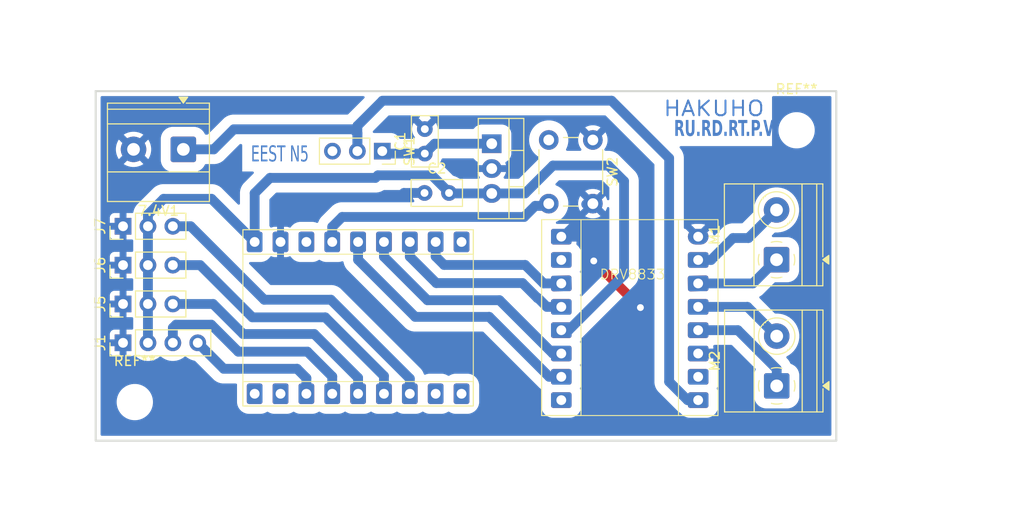
<source format=kicad_pcb>
(kicad_pcb (version 20241229) (generator "pcbnew") (generator_version "9.0")
  (layers (0 "F.Cu" signal) (2 "B.Cu" signal) (13 "F.Paste" user) (15 "B.Paste" user) (5 "F.SilkS" user "F.Silkscreen") (7 "B.SilkS" user "B.Silkscreen") (1 "F.Mask" user) (3 "B.Mask" user) (25 "Edge.Cuts" user))
  (net 0 "")
  (net 1 "Output 2")
  (net 2 "IZQ 2")
  (net 3 "Output 3")
  (net 4 "DER 2")
  (net 5 "DER 1")
  (net 6 "IZQ 1")
  (net 7 "GND")
  (net 8 "+5V")
  (net 9 "Net-(DRV8833-AO1)")
  (net 10 "Net-(DRV8833-AO2)")
  (net 11 "Net-(DRV8833-BO2)")
  (net 12 "Net-(DRV8833-BO1)")
  (net 14 "Vout")
  (net 16 "BOTON_1")
  (net 17 "Output1")
  (net 19 "D0")
  (net 23 "A0")
  (net 24 "Net-(SW1-A)")
  (footprint "Button_Switch_THT:SW_PUSH_6mm" (layer "F.Cu") (at 70.92 25.19 -90)
    (property "Reference" "SW2" (at 3.25 -2 90) (layer "F.SilkS"))
    (property "Value" "SW_Push_Dual")
    (fp_line (start 1 5.5) (end 5.5 5.5) (stroke (width 0.12)) (layer "F.SilkS"))
    (fp_line (start 6.75 3) (end 6.75 1.5) (stroke (width 0.12)) (layer "F.SilkS"))
    (fp_line (start -0.25 1.5) (end -0.25 3) (stroke (width 0.12)) (layer "F.SilkS"))
    (fp_line (start 5.5 -1) (end 1 -1) (stroke (width 0.12)) (layer "F.SilkS"))
    (pad "1" thru_hole circle (at 0 0) (size 2 2) (drill 1.1) (layers "*.Cu" "*.Mask") (net 7 "GND"))
    (pad "1" thru_hole circle (at 6.5 0) (size 2 2) (drill 1.1) (layers "*.Cu" "*.Mask") (net 7 "GND"))
    (pad "2" thru_hole circle (at 0 4.5) (size 2 2) (drill 1.1) (layers "*.Cu" "*.Mask") (net 16 "BOTON_1"))
    (pad "2" thru_hole circle (at 6.5 4.5) (size 2 2) (drill 1.1) (layers "*.Cu" "*.Mask") (net 16 "BOTON_1"))
  )
  (footprint "Capacitor_THT:C_Disc_D5.0mm_W2.5mm_P2.50mm" (layer "F.Cu") (at 53.78 26.58 90)
    (property "Reference" "C1" (at 1.25 -2.5 90) (layer "F.SilkS"))
    (property "Value" "100nF")
    (fp_line (start 3.87 -1.37) (end 3.87 1.37) (stroke (width 0.12)) (layer "F.SilkS"))
    (fp_line (start -1.37 -1.37) (end 3.87 -1.37) (stroke (width 0.12)) (layer "F.SilkS"))
    (fp_line (start -1.37 -1.37) (end -1.37 1.37) (stroke (width 0.12)) (layer "F.SilkS"))
    (fp_line (start -1.37 1.37) (end 3.87 1.37) (stroke (width 0.12)) (layer "F.SilkS"))
    (pad "1" thru_hole circle (at 0 0 90) (size 1.6 1.6) (drill 0.8) (layers "*.Cu" "*.Mask") (net 24 "Net-(SW1-A)"))
    (pad "2" thru_hole circle (at 2.5 0 90) (size 1.6 1.6) (drill 0.8) (layers "*.Cu" "*.Mask") (net 7 "GND"))
  )
  (footprint "Capacitor_THT:C_Disc_D5.0mm_W2.5mm_P2.50mm" (layer "F.Cu") (at 53.75 30.6)
    (property "Reference" "C2" (at 1.25 -2.5 0) (layer "F.SilkS"))
    (property "Value" "100nF")
    (fp_line (start -1.37 -1.37) (end -1.37 1.37) (stroke (width 0.12)) (layer "F.SilkS"))
    (fp_line (start -1.37 -1.37) (end 3.87 -1.37) (stroke (width 0.12)) (layer "F.SilkS"))
    (fp_line (start -1.37 1.37) (end 3.87 1.37) (stroke (width 0.12)) (layer "F.SilkS"))
    (fp_line (start 3.87 -1.37) (end 3.87 1.37) (stroke (width 0.12)) (layer "F.SilkS"))
    (pad "1" thru_hole circle (at 0 0) (size 1.6 1.6) (drill 0.8) (layers "*.Cu" "*.Mask") (net 7 "GND"))
    (pad "2" thru_hole circle (at 2.5 0) (size 1.6 1.6) (drill 0.8) (layers "*.Cu" "*.Mask") (net 8 "+5V"))
  )
  (footprint "Connector_PinHeader_2.54mm:PinHeader_1x03_P2.54mm_Vertical" (layer "F.Cu") (at 23 34 90)
    (property "Reference" "J7" (at 0 -2.33 90) (layer "F.SilkS"))
    (property "Value" "Conn_01x03")
    (fp_line (start -1.33 -1.33) (end 0 -1.33) (stroke (width 0.12)) (layer "F.SilkS"))
    (fp_line (start -1.33 0) (end -1.33 -1.33) (stroke (width 0.12)) (layer "F.SilkS"))
    (fp_line (start 1.33 1.27) (end 1.33 6.41) (stroke (width 0.12)) (layer "F.SilkS"))
    (fp_line (start -1.33 1.27) (end 1.33 1.27) (stroke (width 0.12)) (layer "F.SilkS"))
    (fp_line (start -1.33 1.27) (end -1.33 6.41) (stroke (width 0.12)) (layer "F.SilkS"))
    (fp_line (start -1.33 6.41) (end 1.33 6.41) (stroke (width 0.12)) (layer "F.SilkS"))
    (pad "1" thru_hole rect (at 0 0 90) (size 1.7 1.7) (drill 1) (layers "*.Cu" "*.Mask") (net 7 "GND"))
    (pad "2" thru_hole oval (at 0 2.54 90) (size 1.7 1.7) (drill 1) (layers "*.Cu" "*.Mask") (net 8 "+5V"))
    (pad "3" thru_hole oval (at 0 5.08 90) (size 1.7 1.7) (drill 1) (layers "*.Cu" "*.Mask") (net 3 "Output 3"))
  )
  (footprint "MountingHole:MountingHole_3.2mm_M3" (layer "F.Cu") (at 24.2 51.95)
    (property "Reference" "REF**" (at 0 -4.2 0) (layer "F.SilkS"))
    (property "Value" "MountingHole_3.2mm_M3")
    (pad "" np_thru_hole circle (at 0 0) (size 3.2 3.2) (drill 3.2) (layers "*.Cu" "*.Mask"))
  )
  (footprint "mini sumo:ESP32 S3 SuperMini" (layer "F.Cu") (at 46.975 43.35 90)
    (property "Reference" "BD2" (hide yes))
    (property "Value" "ESP32 S3 Super mini" (hide yes))
    (fp_line (start 9 -11.75) (end -9 -11.75) (stroke (width 0.1)) (layer "F.SilkS"))
    (fp_line (start -9 -11.75) (end -9 11.75) (stroke (width 0.1)) (layer "F.SilkS"))
    (fp_line (start 9 11.75) (end 9 -11.75) (stroke (width 0.1)) (layer "F.SilkS"))
    (fp_line (start -9 11.75) (end 9 11.75) (stroke (width 0.1)) (layer "F.SilkS"))
    (fp_rect (start 6.5 -11.75) (end 9 11.75) (stroke (width 0.1)) (fill no) (layer "F.SilkS"))
    (fp_rect (start -9 -11.75) (end -6.5 11.75) (stroke (width 0.1)) (fill no) (layer "F.SilkS"))
    (pad "1" thru_hole roundrect (at -7.75 -10.55 90) (size 2.1 1.6) (drill 1) (layers "*.Cu" "*.Mask") (roundrect_rratio 0.15))
    (pad "2" thru_hole roundrect (at -7.75 -7.9125 90) (size 2.1 1.6) (drill 1) (layers "*.Cu" "*.Mask") (roundrect_rratio 0.125984252))
    (pad "3" thru_hole roundrect (at -7.75 -5.275 90) (size 2.1 1.6) (drill 1) (layers "*.Cu" "*.Mask") (roundrect_rratio 0.15) (net 19 "D0"))
    (pad "4" thru_hole roundrect (at -7.75 -2.6375 90) (size 2.1 1.6) (drill 1) (layers "*.Cu" "*.Mask") (roundrect_rratio 0.15) (net 23 "A0"))
    (pad "5" thru_hole roundrect (at -7.75 0 90) (size 2.1 1.6) (drill 1) (layers "*.Cu" "*.Mask") (roundrect_rratio 0.15) (net 17 "Output1"))
    (pad "6" thru_hole roundrect (at -7.75 2.6375 90) (size 2.1 1.6) (drill 1) (layers "*.Cu" "*.Mask") (roundrect_rratio 0.15) (net 1 "Output 2"))
    (pad "7" thru_hole roundrect (at -7.75 5.275 90) (size 2.1 1.6) (drill 1) (layers "*.Cu" "*.Mask") (roundrect_rratio 0.15) (net 3 "Output 3"))
    (pad "8" thru_hole roundrect (at -7.75 7.9125 90) (size 2.1 1.6) (drill 1) (layers "*.Cu" "*.Mask") (roundrect_rratio 0.15))
    (pad "9" thru_hole roundrect (at -7.75 10.55 90) (size 2.1 1.6) (drill 1) (layers "*.Cu" "*.Mask") (roundrect_rratio 0.15))
    (pad "10" thru_hole roundrect (at 7.75 10.55 90) (size 2.1 1.6) (drill 1) (layers "*.Cu" "*.Mask") (roundrect_rratio 0.15))
    (pad "11" thru_hole roundrect (at 7.75 7.9125 90) (size 2.1 1.6) (drill 1) (layers "*.Cu" "*.Mask") (roundrect_rratio 0.15) (net 2 "IZQ 2"))
    (pad "12" thru_hole roundrect (at 7.75 5.275 90) (size 2.1 1.6) (drill 1) (layers "*.Cu" "*.Mask") (roundrect_rratio 0.15) (net 6 "IZQ 1"))
    (pad "13" thru_hole roundrect (at 7.75 2.6375 90) (size 2.1 1.6) (drill 1) (layers "*.Cu" "*.Mask") (roundrect_rratio 0.15) (net 4 "DER 2"))
    (pad "14" thru_hole roundrect (at 7.75 0 90) (size 2.1 1.6) (drill 1) (layers "*.Cu" "*.Mask") (roundrect_rratio 0.15) (net 5 "DER 1"))
    (pad "15" thru_hole roundrect (at 7.75 -2.6375 90) (size 2.1 1.6) (drill 1) (layers "*.Cu" "*.Mask") (roundrect_rratio 0.15) (net 16 "BOTON_1"))
    (pad "16" thru_hole roundrect (at 7.75 -5.275 90) (size 2.1 1.6) (drill 1) (layers "*.Cu" "*.Mask") (roundrect_rratio 0.15))
    (pad "17" thru_hole roundrect (at 7.75 -7.9125 90) (size 2.1 1.6) (drill 1) (layers "*.Cu" "*.Mask") (roundrect_rratio 0.15) (net 7 "GND"))
    (pad "18" thru_hole roundrect (at 7.75 -10.55 90) (size 2.1 1.6) (drill 1) (layers "*.Cu" "*.Mask") (roundrect_rratio 0.15) (net 8 "+5V"))
  )
  (footprint "Connector_PinHeader_2.54mm:PinHeader_1x03_P2.54mm_Vertical" (layer "F.Cu") (at 23 37.966667 90)
    (property "Reference" "J6" (at 0 -2.33 90) (layer "F.SilkS"))
    (property "Value" "Conn_01x03")
    (fp_line (start -1.33 -1.33) (end 0 -1.33) (stroke (width 0.12)) (layer "F.SilkS"))
    (fp_line (start -1.33 0) (end -1.33 -1.33) (stroke (width 0.12)) (layer "F.SilkS"))
    (fp_line (start 1.33 1.27) (end 1.33 6.41) (stroke (width 0.12)) (layer "F.SilkS"))
    (fp_line (start -1.33 1.27) (end 1.33 1.27) (stroke (width 0.12)) (layer "F.SilkS"))
    (fp_line (start -1.33 1.27) (end -1.33 6.41) (stroke (width 0.12)) (layer "F.SilkS"))
    (fp_line (start -1.33 6.41) (end 1.33 6.41) (stroke (width 0.12)) (layer "F.SilkS"))
    (pad "1" thru_hole rect (at 0 0 90) (size 1.7 1.7) (drill 1) (layers "*.Cu" "*.Mask") (net 7 "GND"))
    (pad "2" thru_hole oval (at 0 2.54 90) (size 1.7 1.7) (drill 1) (layers "*.Cu" "*.Mask") (net 8 "+5V"))
    (pad "3" thru_hole oval (at 0 5.08 90) (size 1.7 1.7) (drill 1) (layers "*.Cu" "*.Mask") (net 1 "Output 2"))
  )
  (footprint "TerminalBlock_Phoenix:TerminalBlock_Phoenix_MKDS-1,5-2-5.08_1x02_P5.08mm_Horizontal" (layer "F.Cu") (at 89.6725 50.295 90)
    (property "Reference" "M2" (at 2.54 -6.32 90) (layer "F.SilkS"))
    (property "Value" "Screw_Terminal_01x02")
    (fp_line (start 7.74 -5.32) (end 7.74 4.72) (stroke (width 0.12)) (layer "F.SilkS"))
    (fp_line (start -2.66 -5.32) (end 7.74 -5.32) (stroke (width 0.12)) (layer "F.SilkS"))
    (fp_line (start -2.66 -5.32) (end -2.66 4.72) (stroke (width 0.12)) (layer "F.SilkS"))
    (fp_line (start -2.66 -2.3) (end 7.74 -2.3) (stroke (width 0.12)) (layer "F.SilkS"))
    (fp_line (start 6.264 -1.411) (end 6.22 -1.367) (stroke (width 0.12)) (layer "F.SilkS"))
    (fp_line (start 6.491 -1.184) (end 6.447 -1.14) (stroke (width 0.12)) (layer "F.SilkS"))
    (fp_line (start 3.713 1.14) (end 3.669 1.183) (stroke (width 0.12)) (layer "F.SilkS"))
    (fp_line (start 3.94 1.367) (end 3.896 1.41) (stroke (width 0.12)) (layer "F.SilkS"))
    (fp_line (start -2.66 2.6) (end 7.74 2.6) (stroke (width 0.12)) (layer "F.SilkS"))
    (fp_line (start -2.66 4.1) (end 7.74 4.1) (stroke (width 0.12)) (layer "F.SilkS"))
    (fp_line (start 0.3 4.72) (end 7.74 4.72) (stroke (width 0.12)) (layer "F.SilkS"))
    (fp_line (start -2.66 4.72) (end -0.3 4.72) (stroke (width 0.12)) (layer "F.SilkS"))
    (fp_arc (start -0.54 -1.78) (mid -0.000355 -1.860107) (end 0.539321 -1.780206) (stroke (width 0.12)) (layer "F.SilkS"))
    (fp_arc (start 1.78 -0.54) (mid 1.860107 -0.000355) (end 1.780206 0.539321) (stroke (width 0.12)) (layer "F.SilkS"))
    (fp_arc (start -1.78 0.54) (mid -1.860107 0.000355) (end -1.780206 -0.539321) (stroke (width 0.12)) (layer "F.SilkS"))
    (fp_arc (start 0.54 1.78) (mid 0.000355 1.860107) (end -0.539321 1.780206) (stroke (width 0.12)) (layer "F.SilkS"))
    (fp_circle (center 5.08 0) (end 6.94 0) (stroke (width 0.12)) (fill no) (layer "F.SilkS"))
    (fp_poly (pts (xy 0 4.72) (xy 0.44 5.33) (xy -0.44 5.33) (xy 0 4.72)) (stroke (width 0.12)) (fill yes) (layer "F.SilkS"))
    (pad "1" thru_hole roundrect (at 0 0 90) (size 2.6 2.6) (drill 1.3) (layers "*.Cu" "*.Mask") (roundrect_rratio 0.096154) (net 9 "Net-(DRV8833-AO1)"))
    (pad "2" thru_hole circle (at 5.08 0 90) (size 2.6 2.6) (drill 1.3) (layers "*.Cu" "*.Mask") (net 10 "Net-(DRV8833-AO2)"))
  )
  (footprint "mini sumo:drv8833" (layer "F.Cu") (at 75.83 46.9322 180)
    (property "Reference" "DRV8833" (at 0.868 8.012035 0) (layer "F.SilkS") (effects (font (thickness 0.1))))
    (property "Value" "~" (hide yes))
    (fp_line (start 10.135 -6.39) (end 10.135 13.61) (stroke (width 0.1)) (layer "F.SilkS"))
    (fp_line (start 10.135 -6.39) (end 6.12 -6.39) (stroke (width 0.1)) (layer "F.SilkS"))
    (fp_line (start 6.12 -6.39) (end 6.12 13.6) (stroke (width 0.1)) (layer "F.SilkS"))
    (fp_line (start -3.82 -6.39) (end -3.82 13.6) (stroke (width 0.1)) (layer "F.SilkS"))
    (fp_line (start -7.855 -6.39) (end -3.82 -6.39) (stroke (width 0.1)) (layer "F.SilkS"))
    (fp_line (start -7.855 -6.39) (end -7.855 13.61) (stroke (width 0.1)) (layer "F.SilkS"))
    (fp_rect (start -7.855 -6.39) (end 10.135 13.61) (stroke (width 0.1)) (fill no) (layer "F.SilkS"))
    (pad "1" thru_hole roundrect (at -5.83 -4.8178 180) (size 2.1 1.6) (drill 1) (layers "*.Cu" "*.Mask") (roundrect_rratio 0.15) (net 14 "Vout"))
    (pad "2" thru_hole roundrect (at -5.83 -2.437843 180) (size 2.1 1.6) (drill 1) (layers "*.Cu" "*.Mask") (roundrect_rratio 0.15))
    (pad "3" thru_hole roundrect (at -5.83 -0.057886 180) (size 2.1 1.6) (drill 1) (layers "*.Cu" "*.Mask") (roundrect_rratio 0.15) (net 7 "GND"))
    (pad "4" thru_hole roundrect (at -5.83 2.322071 180) (size 2.1 1.6) (drill 1) (layers "*.Cu" "*.Mask") (roundrect_rratio 0.15) (net 9 "Net-(DRV8833-AO1)"))
    (pad "5" thru_hole roundrect (at -5.83 4.702027 180) (size 2.1 1.6) (drill 1) (layers "*.Cu" "*.Mask") (roundrect_rratio 0.15) (net 10 "Net-(DRV8833-AO2)"))
    (pad "6" thru_hole roundrect (at -5.83 7.096035 181) (size 2.1 1.6) (drill 1) (layers "*.Cu" "*.Mask") (roundrect_rratio 0.15) (net 11 "Net-(DRV8833-BO2)"))
    (pad "7" thru_hole roundrect (at -5.83 9.490043 180) (size 2.1 1.6) (drill 1) (layers "*.Cu" "*.Mask") (roundrect_rratio 0.15) (net 12 "Net-(DRV8833-BO1)"))
    (pad "8" thru_hole roundrect (at -5.83 11.87 180) (size 2.1 1.6) (drill 1) (layers "*.Cu" "*.Mask") (roundrect_rratio 0.5) (net 7 "GND"))
    (pad "9" thru_hole roundrect (at 8.13 11.87 180) (size 2.1 1.6) (drill 1) (layers "*.Cu" "*.Mask") (roundrect_rratio 0.15) (net 7 "GND"))
    (pad "10" thru_hole roundrect (at 8.13 9.490043 180) (size 2.1 1.6) (drill 1) (layers "*.Cu" "*.Mask") (roundrect_rratio 0.15))
    (pad "11" thru_hole roundrect (at 8.13 7.096035 181) (size 2.1 1.6) (drill 1) (layers "*.Cu" "*.Mask") (roundrect_rratio 0.15) (net 2 "IZQ 2"))
    (pad "12" thru_hole roundrect (at 8.13 4.702027 180) (size 2.1 1.6) (drill 1) (layers "*.Cu" "*.Mask") (roundrect_rratio 0.15) (net 6 "IZQ 1"))
    (pad "13" thru_hole roundrect (at 8.13 2.322071 180) (size 2.1 1.6) (drill 1) (layers "*.Cu" "*.Mask") (roundrect_rratio 0.15) (net 8 "+5V"))
    (pad "14" thru_hole roundrect (at 8.13 -0.057886 180) (size 2.1 1.6) (drill 1) (layers "*.Cu" "*.Mask") (roundrect_rratio 0.15) (net 4 "DER 2"))
    (pad "15" thru_hole roundrect (at 8.13 -2.437843 180) (size 2.1 1.6) (drill 1) (layers "*.Cu" "*.Mask") (roundrect_rratio 0.15) (net 5 "DER 1"))
    (pad "16" thru_hole roundrect (at 8.13 -4.8178 180) (size 2.1 1.6) (drill 1) (layers "*.Cu" "*.Mask") (roundrect_rratio 0.15))
  )
  (footprint "Connector_PinHeader_2.54mm:PinHeader_1x04_P2.54mm_Vertical" (layer "F.Cu") (at 23 45.9 90)
    (property "Reference" "J1" (at 0 -2.33 90) (layer "F.SilkS"))
    (property "Value" "Conn_01x04")
    (fp_line (start -1.33 -1.33) (end 0 -1.33) (stroke (width 0.12)) (layer "F.SilkS"))
    (fp_line (start -1.33 0) (end -1.33 -1.33) (stroke (width 0.12)) (layer "F.SilkS"))
    (fp_line (start 1.33 1.27) (end 1.33 8.95) (stroke (width 0.12)) (layer "F.SilkS"))
    (fp_line (start -1.33 1.27) (end 1.33 1.27) (stroke (width 0.12)) (layer "F.SilkS"))
    (fp_line (start -1.33 1.27) (end -1.33 8.95) (stroke (width 0.12)) (layer "F.SilkS"))
    (fp_line (start -1.33 8.95) (end 1.33 8.95) (stroke (width 0.12)) (layer "F.SilkS"))
    (pad "1" thru_hole rect (at 0 0 90) (size 1.7 1.7) (drill 1) (layers "*.Cu" "*.Mask") (net 7 "GND"))
    (pad "2" thru_hole oval (at 0 2.54 90) (size 1.7 1.7) (drill 1) (layers "*.Cu" "*.Mask") (net 8 "+5V"))
    (pad "3" thru_hole oval (at 0 5.08 90) (size 1.7 1.7) (drill 1) (layers "*.Cu" "*.Mask") (net 23 "A0"))
    (pad "4" thru_hole oval (at 0 7.62 90) (size 1.7 1.7) (drill 1) (layers "*.Cu" "*.Mask") (net 19 "D0"))
  )
  (footprint "MountingHole:MountingHole_3.2mm_M3" (layer "F.Cu") (at 91.7 24.2)
    (property "Reference" "REF**" (at 0 -4.2 0) (layer "F.SilkS"))
    (property "Value" "MountingHole_3.2mm_M3")
    (pad "" np_thru_hole circle (at 0 0) (size 3.2 3.2) (drill 3.2) (layers "*.Cu" "*.Mask"))
  )
  (footprint "Connector_PinHeader_2.54mm:PinHeader_1x03_P2.54mm_Vertical" (layer "F.Cu") (at 23 41.933333 90)
    (property "Reference" "J5" (at 0 -2.33 90) (layer "F.SilkS"))
    (property "Value" "Conn_01x03")
    (fp_line (start -1.33 -1.33) (end 0 -1.33) (stroke (width 0.12)) (layer "F.SilkS"))
    (fp_line (start -1.33 0) (end -1.33 -1.33) (stroke (width 0.12)) (layer "F.SilkS"))
    (fp_line (start 1.33 1.27) (end 1.33 6.41) (stroke (width 0.12)) (layer "F.SilkS"))
    (fp_line (start -1.33 1.27) (end 1.33 1.27) (stroke (width 0.12)) (layer "F.SilkS"))
    (fp_line (start -1.33 1.27) (end -1.33 6.41) (stroke (width 0.12)) (layer "F.SilkS"))
    (fp_line (start -1.33 6.41) (end 1.33 6.41) (stroke (width 0.12)) (layer "F.SilkS"))
    (pad "1" thru_hole rect (at 0 0 90) (size 1.7 1.7) (drill 1) (layers "*.Cu" "*.Mask") (net 7 "GND"))
    (pad "2" thru_hole oval (at 0 2.54 90) (size 1.7 1.7) (drill 1) (layers "*.Cu" "*.Mask") (net 8 "+5V"))
    (pad "3" thru_hole oval (at 0 5.08 90) (size 1.7 1.7) (drill 1) (layers "*.Cu" "*.Mask") (net 17 "Output1"))
  )
  (footprint "Package_TO_SOT_THT:TO-220-3_Vertical" (layer "F.Cu") (at 60.605 25.57 -90)
    (property "Reference" "U1" (hide yes))
    (property "Value" "LM7805")
    (fp_line (start -2.58 1.371) (end 7.66 1.371) (stroke (width 0.12)) (layer "F.SilkS"))
    (fp_line (start -2.58 -1.76) (end 7.66 -1.76) (stroke (width 0.12)) (layer "F.SilkS"))
    (fp_line (start -2.58 -3.27) (end -2.58 1.371) (stroke (width 0.12)) (layer "F.SilkS"))
    (fp_line (start -2.58 -3.27) (end 7.66 -3.27) (stroke (width 0.12)) (layer "F.SilkS"))
    (fp_line (start 0.69 -3.27) (end 0.69 -1.76) (stroke (width 0.12)) (layer "F.SilkS"))
    (fp_line (start 4.391 -3.27) (end 4.391 -1.76) (stroke (width 0.12)) (layer "F.SilkS"))
    (fp_line (start 7.66 -3.27) (end 7.66 1.371) (stroke (width 0.12)) (layer "F.SilkS"))
    (pad "1" thru_hole rect (at 0 0 270) (size 1.905 2) (drill 1.1) (layers "*.Cu" "*.Mask") (net 24 "Net-(SW1-A)"))
    (pad "2" thru_hole oval (at 2.54 0 270) (size 1.905 2) (drill 1.1) (layers "*.Cu" "*.Mask") (net 7 "GND"))
    (pad "3" thru_hole oval (at 5.08 0 270) (size 1.905 2) (drill 1.1) (layers "*.Cu" "*.Mask") (net 8 "+5V"))
  )
  (footprint "TerminalBlock_Phoenix:TerminalBlock_Phoenix_MKDS-1,5-2-5.08_1x02_P5.08mm_Horizontal" (layer "F.Cu") (at 29.15 26.15 180)
    (property "Reference" "7.4V1" (at 2.545 -6.2685 0) (layer "F.SilkS"))
    (property "Value" "Bateria" (hide yes))
    (fp_line (start 7.74 -5.32) (end 7.74 4.72) (stroke (width 0.12)) (layer "F.SilkS"))
    (fp_line (start 0.3 4.72) (end 7.74 4.72) (stroke (width 0.12)) (layer "F.SilkS"))
    (fp_line (start -2.66 4.72) (end -0.3 4.72) (stroke (width 0.12)) (layer "F.SilkS"))
    (fp_line (start -2.66 4.1) (end 7.74 4.1) (stroke (width 0.12)) (layer "F.SilkS"))
    (fp_line (start -2.66 2.6) (end 7.74 2.6) (stroke (width 0.12)) (layer "F.SilkS"))
    (fp_line (start -2.66 -2.3) (end 7.74 -2.3) (stroke (width 0.12)) (layer "F.SilkS"))
    (fp_line (start -2.66 -5.32) (end 7.74 -5.32) (stroke (width 0.12)) (layer "F.SilkS"))
    (fp_line (start -2.66 -5.32) (end -2.66 4.72) (stroke (width 0.12)) (layer "F.SilkS"))
    (fp_poly (pts (xy 0 4.72) (xy 0.44 5.33) (xy -0.44 5.33)) (stroke (width 0.12)) (fill yes) (layer "F.SilkS"))
    (pad "1" thru_hole roundrect (at 0 0 180) (size 2.6 2.6) (drill 1.3) (layers "*.Cu" "*.Mask") (roundrect_rratio 0.096154) (net 14 "Vout"))
    (pad "2" thru_hole circle (at 5.08 0 180) (size 2.6 2.6) (drill 1.3) (layers "*.Cu" "*.Mask") (net 7 "GND"))
  )
  (footprint "Connector_PinSocket_2.54mm:PinSocket_1x03_P2.54mm_Vertical" (layer "F.Cu") (at 49.44 26.33 -90)
    (property "Reference" "SW1" (at 0 -2.77 90) (layer "F.SilkS"))
    (property "Value" "SW_SPST")
    (fp_line (start -1.33 6.41) (end 1.33 6.41) (stroke (width 0.12)) (layer "F.SilkS"))
    (fp_line (start -1.33 1.27) (end -1.33 6.41) (stroke (width 0.12)) (layer "F.SilkS"))
    (fp_line (start -1.33 1.27) (end 1.33 1.27) (stroke (width 0.12)) (layer "F.SilkS"))
    (fp_line (start 1.33 1.27) (end 1.33 6.41) (stroke (width 0.12)) (layer "F.SilkS"))
    (fp_line (start 0 -1.33) (end 1.33 -1.33) (stroke (width 0.12)) (layer "F.SilkS"))
    (fp_line (start 1.33 -1.33) (end 1.33 0) (stroke (width 0.12)) (layer "F.SilkS"))
    (pad "1" thru_hole rect (at 0 0 270) (size 1.7 1.7) (drill 1) (layers "*.Cu" "*.Mask") (net 24 "Net-(SW1-A)"))
    (pad "2" thru_hole circle (at 0 2.54 270) (size 1.7 1.7) (drill 1) (layers "*.Cu" "*.Mask") (net 14 "Vout"))
    (pad "3" thru_hole circle (at 0 5.08 270) (size 1.7 1.7) (drill 1) (layers "*.Cu" "*.Mask"))
  )
  (footprint "TerminalBlock_Phoenix:TerminalBlock_Phoenix_MKDS-1,5-2-5.08_1x02_P5.08mm_Horizontal" (layer "F.Cu") (at 89.654 37.416 90)
    (property "Reference" "M1" (at 2.54 -6.32 90) (layer "F.SilkS"))
    (property "Value" "Screw_Terminal_01x02")
    (fp_line (start 7.74 -5.32) (end 7.74 4.72) (stroke (width 0.12)) (layer "F.SilkS"))
    (fp_line (start -2.66 -5.32) (end 7.74 -5.32) (stroke (width 0.12)) (layer "F.SilkS"))
    (fp_line (start -2.66 -5.32) (end -2.66 4.72) (stroke (width 0.12)) (layer "F.SilkS"))
    (fp_line (start -2.66 -2.3) (end 7.74 -2.3) (stroke (width 0.12)) (layer "F.SilkS"))
    (fp_line (start 6.264 -1.411) (end 6.22 -1.367) (stroke (width 0.12)) (layer "F.SilkS"))
    (fp_line (start 6.491 -1.184) (end 6.447 -1.14) (stroke (width 0.12)) (layer "F.SilkS"))
    (fp_line (start 3.713 1.14) (end 3.669 1.183) (stroke (width 0.12)) (layer "F.SilkS"))
    (fp_line (start 3.94 1.367) (end 3.896 1.41) (stroke (width 0.12)) (layer "F.SilkS"))
    (fp_line (start -2.66 2.6) (end 7.74 2.6) (stroke (width 0.12)) (layer "F.SilkS"))
    (fp_line (start -2.66 4.1) (end 7.74 4.1) (stroke (width 0.12)) (layer "F.SilkS"))
    (fp_line (start 0.3 4.72) (end 7.74 4.72) (stroke (width 0.12)) (layer "F.SilkS"))
    (fp_line (start -2.66 4.72) (end -0.3 4.72) (stroke (width 0.12)) (layer "F.SilkS"))
    (fp_arc (start -0.54 -1.78) (mid -0.000355 -1.860107) (end 0.539321 -1.780206) (stroke (width 0.12)) (layer "F.SilkS"))
    (fp_arc (start 1.78 -0.54) (mid 1.860107 -0.000355) (end 1.780206 0.539321) (stroke (width 0.12)) (layer "F.SilkS"))
    (fp_arc (start -1.78 0.54) (mid -1.860107 0.000355) (end -1.780206 -0.539321) (stroke (width 0.12)) (layer "F.SilkS"))
    (fp_arc (start 0.54 1.78) (mid 0.000355 1.860107) (end -0.539321 1.780206) (stroke (width 0.12)) (layer "F.SilkS"))
    (fp_circle (center 5.08 0) (end 6.94 0) (stroke (width 0.12)) (fill no) (layer "F.SilkS"))
    (fp_poly (pts (xy 0 4.72) (xy 0.44 5.33) (xy -0.44 5.33) (xy 0 4.72)) (stroke (width 0.12)) (fill yes) (layer "F.SilkS"))
    (pad "1" thru_hole roundrect (at 0 0 90) (size 2.6 2.6) (drill 1.3) (layers "*.Cu" "*.Mask") (roundrect_rratio 0.096154) (net 11 "Net-(DRV8833-BO2)"))
    (pad "2" thru_hole circle (at 5.08 0 90) (size 2.6 2.6) (drill 1.3) (layers "*.Cu" "*.Mask") (net 12 "Net-(DRV8833-BO1)"))
  )
  (gr_rect (start 20.21 20.209) (end 95.75 55.891) (stroke (width 0.2)) (fill no) (layer "Edge.Cuts"))
  (gr_text "RU.RD.RT.P.V" (at 79.2 25.05 0) (layer "B.Cu") (effects (font (size 1.6 1) (thickness 0.2) (bold yes)) (justify left bottom)))
  (gr_text "EEST N5" (at 36.05 27.65 0) (layer "B.Cu") (effects (font (size 1.6 1) (thickness 0.25)) (justify left bottom)))
  (gr_text "HAKUHO" (at 78 21.1 0) (layer "B.Cu") (effects (font (size 1.5 1.7) (thickness 0.2)) (justify left top)))
  (segment (start 36.195468 43.3) (end 43.627266 43.3) (width 1) (layer "B.Cu") (net 1))
  (segment (start 30.862135 37.966667) (end 36.195468 43.3) (width 1) (layer "B.Cu") (net 1))
  (segment (start 43.627266 43.3) (end 49.6125 49.285234) (width 1) (layer "B.Cu") (net 1))
  (segment (start 49.6125 49.285234) (end 49.6125 51.1) (width 1) (layer "B.Cu") (net 1))
  (segment (start 28.08 37.966667) (end 30.862135 37.966667) (width 1) (layer "B.Cu") (net 1))
  (segment (start 55.75 37.95) (end 64.013835 37.95) (width 1) (layer "B.Cu") (net 2))
  (segment (start 64.013835 37.95) (end 65.9 39.836165) (width 1) (layer "B.Cu") (net 2))
  (segment (start 54.8875 35.6) (end 54.8875 37.0875) (width 1) (layer "B.Cu") (net 2))
  (segment (start 54.8875 37.0875) (end 55.75 37.95) (width 1) (layer "B.Cu") (net 2))
  (segment (start 65.9 39.836165) (end 67.7 39.836165) (width 1) (layer "B.Cu") (net 2))
  (segment (start 52.25 49.55) (end 52.25 51.1) (width 1) (layer "B.Cu") (net 3))
  (segment (start 37.4 41.5) (end 44.2 41.5) (width 1) (layer "B.Cu") (net 3))
  (segment (start 28.08 34) (end 29.9 34) (width 1) (layer "B.Cu") (net 3))
  (segment (start 29.9 34) (end 37.4 41.5) (width 1) (layer "B.Cu") (net 3))
  (segment (start 44.2 41.5) (end 52.25 49.55) (width 1) (layer "B.Cu") (net 3))
  (segment (start 66.840086 46.990086) (end 61.4 41.55) (width 1) (layer "B.Cu") (net 4))
  (segment (start 54.05 41.55) (end 49.6125 37.1125) (width 1) (layer "B.Cu") (net 4))
  (segment (start 61.4 41.55) (end 54.05 41.55) (width 1) (layer "B.Cu") (net 4))
  (segment (start 49.6125 37.1125) (end 49.6125 35.6) (width 1) (layer "B.Cu") (net 4))
  (segment (start 67.7 46.990086) (end 66.840086 46.990086) (width 1) (layer "B.Cu") (net 4))
  (segment (start 67.7 49.370043) (end 66.470043 49.370043) (width 1) (layer "B.Cu") (net 5))
  (segment (start 66.470043 49.370043) (end 60.35 43.25) (width 1) (layer "B.Cu") (net 5))
  (segment (start 52.8 43.25) (end 46.975 37.425) (width 1) (layer "B.Cu") (net 5))
  (segment (start 60.35 43.25) (end 52.8 43.25) (width 1) (layer "B.Cu") (net 5))
  (segment (start 46.975 37.425) (end 46.975 35.6) (width 1) (layer "B.Cu") (net 5))
  (segment (start 65.337165 41.337165) (end 65.278265 41.337165) (width 1) (layer "B.Cu") (net 6))
  (segment (start 67.7 42.230173) (end 66.230173 42.230173) (width 1) (layer "B.Cu") (net 6))
  (segment (start 66.230173 42.230173) (end 65.337165 41.337165) (width 1) (layer "B.Cu") (net 6))
  (segment (start 63.741101 39.8) (end 54.95 39.8) (width 1) (layer "B.Cu") (net 6))
  (segment (start 65.278265 41.337165) (end 63.741101 39.8) (width 1) (layer "B.Cu") (net 6))
  (segment (start 54.95 39.8) (end 52.25 37.1) (width 1) (layer "B.Cu") (net 6))
  (segment (start 52.25 37.1) (end 52.25 35.6) (width 1) (layer "B.Cu") (net 6))
  (segment (start 75.77 42.3) (end 71.01 37.54) (width 1) (layer "F.Cu") (net 7))
  (via (at 75.77 42.3) (size 2.1) (drill 0.7) (layers "F.Cu" "B.Cu") (net 7))
  (via (at 71.01 37.54) (size 2.1) (drill 0.7) (layers "F.Cu" "B.Cu") (net 7))
  (segment (start 69.4878 35.0622) (end 69.55 35) (width 1) (layer "B.Cu") (net 7))
  (segment (start 81.66 46.990086) (end 83.659914 46.990086) (width 1) (layer "B.Cu") (net 7))
  (segment (start 53.75 30.6) (end 51.65 30.6) (width 1) (layer "B.Cu") (net 7))
  (segment (start 51.65 30.6) (end 51.3 30.95) (width 1) (layer "B.Cu") (net 7))
  (segment (start 70.6 31.75) (end 70.24 31.75) (width 1) (layer "B.Cu") (net 7))
  (segment (start 67.7 35.0622) (end 69.4878 35.0622) (width 1) (layer "B.Cu") (net 7))
  (segment (start 69.55 35) (end 68.95 34.4) (width 1) (layer "B.Cu") (net 7))
  (segment (start 48.741009 29.058991) (end 37.991009 29.058991) (width 1) (layer "B.Cu") (net 8))
  (segment (start 56.3 30.65) (end 56.25 30.6) (width 1) (layer "B.Cu") (net 8))
  (segment (start 25.54 32.797919) (end 25.54 34) (width 1) (layer "B.Cu") (net 8))
  (segment (start 32.025 31.2) (end 27.137919 31.2) (width 1) (layer "B.Cu") (net 8))
  (segment (start 60.605 30.65) (end 56.3 30.65) (width 1) (layer "B.Cu") (net 8))
  (segment (start 56.25 30.553001) (end 54.495999 28.799) (width 1) (layer "B.Cu") (net 8))
  (segment (start 74.1 38.961861) (end 74.1 29.4) (width 1) (layer "B.Cu") (net 8))
  (segment (start 25.54 41.933333) (end 25.54 37.966667) (width 1) (layer "B.Cu") (net 8))
  (segment (start 25.54 34) (end 25.54 37.966667) (width 1) (layer "B.Cu") (net 8))
  (segment (start 72.5 27.8) (end 66.85 27.8) (width 1) (layer "B.Cu") (net 8))
  (segment (start 27.137919 31.2) (end 25.54 32.797919) (width 1) (layer "B.Cu") (net 8))
  (segment (start 68.451732 44.610129) (end 74.1 38.961861) (width 1) (layer "B.Cu") (net 8))
  (segment (start 67.7 44.610129) (end 68.451732 44.610129) (width 1) (layer "B.Cu") (net 8))
  (segment (start 25.54 45.9) (end 25.54 41.933333) (width 1) (layer "B.Cu") (net 8))
  (segment (start 66.85 27.8) (end 64 30.65) (width 1) (layer "B.Cu") (net 8))
  (segment (start 64 30.65) (end 60.605 30.65) (width 1) (layer "B.Cu") (net 8))
  (segment (start 36.425 30.625) (end 36.425 35.6) (width 1) (layer "B.Cu") (net 8))
  (segment (start 49.001 28.799) (end 48.741009 29.058991) (width 1) (layer "B.Cu") (net 8))
  (segment (start 37.991009 29.058991) (end 36.425 30.625) (width 1) (layer "B.Cu") (net 8))
  (segment (start 74.1 29.4) (end 72.5 27.8) (width 1) (layer "B.Cu") (net 8))
  (segment (start 36.425 35.6) (end 32.025 31.2) (width 1) (layer "B.Cu") (net 8))
  (segment (start 54.495999 28.799) (end 49.001 28.799) (width 1) (layer "B.Cu") (net 8))
  (segment (start 56.25 30.6) (end 56.25 30.553001) (width 1) (layer "B.Cu") (net 8))
  (segment (start 85.710129 44.610129) (end 81.66 44.610129) (width 1) (layer "B.Cu") (net 9))
  (segment (start 89.6725 48.5725) (end 85.710129 44.610129) (width 1) (layer "B.Cu") (net 9))
  (segment (start 89.6725 50.295) (end 89.6725 48.5725) (width 1) (layer "B.Cu") (net 9))
  (segment (start 86.687673 42.230173) (end 81.66 42.230173) (width 1) (layer "B.Cu") (net 10))
  (segment (start 89.6725 45.215) (end 86.687673 42.230173) (width 1) (layer "B.Cu") (net 10))
  (segment (start 87.233835 39.836165) (end 81.66 39.836165) (width 1) (layer "B.Cu") (net 11))
  (segment (start 89.654 37.416) (end 87.233835 39.836165) (width 1) (layer "B.Cu") (net 11))
  (segment (start 86.787843 35.202157) (end 89.654 32.336) (width 1) (layer "B.Cu") (net 12))
  (segment (start 85.217843 35.202157) (end 86.787843 35.202157) (width 1) (layer "B.Cu") (net 12))
  (segment (start 82.977843 37.442157) (end 85.217843 35.202157) (width 1) (layer "B.Cu") (net 12))
  (segment (start 81.66 37.442157) (end 82.977843 37.442157) (width 1) (layer "B.Cu") (net 12))
  (segment (start 46.9 23.75) (end 49.44 21.21) (width 1) (layer "B.Cu") (net 14))
  (segment (start 46.9 26.33) (end 46.9 23.75) (width 1) (layer "B.Cu") (net 14))
  (segment (start 46.9 24.5) (end 46.5 24.1) (width 1) (layer "B.Cu") (net 14))
  (segment (start 49.471 21.179) (end 72.829 21.179) (width 1) (layer "B.Cu") (net 14))
  (segment (start 46.5 24.1) (end 34.3 24.1) (width 1) (layer "B.Cu") (net 14))
  (segment (start 49.44 21.21) (end 49.471 21.21) (width 1) (layer "B.Cu") (net 14))
  (segment (start 78.7 49.8678) (end 80.5822 51.75) (width 1) (layer "B.Cu") (net 14))
  (segment (start 80.5822 51.75) (end 81.66 51.75) (width 1) (layer "B.Cu") (net 14))
  (segment (start 72.829 21.179) (end 78.7 27.05) (width 1) (layer "B.Cu") (net 14))
  (segment (start 78.7 27.05) (end 78.7 49.8678) (width 1) (layer "B.Cu") (net 14))
  (segment (start 46.9 26.33) (end 46.9 24.5) (width 1) (layer "B.Cu") (net 14))
  (segment (start 32.25 26.15) (end 29.15 26.15) (width 1) (layer "B.Cu") (net 14))
  (segment (start 34.3 24.1) (end 32.25 26.15) (width 1) (layer "B.Cu") (net 14))
  (segment (start 66.44 31.66) (end 66.18 31.92) (width 1) (layer "B.Cu") (net 16))
  (segment (start 66.18 31.92) (end 65.038 31.92) (width 1) (layer "B.Cu") (net 16))
  (segment (start 63.908 33.05) (end 45.35 33.05) (width 1) (layer "B.Cu") (net 16))
  (segment (start 65.038 31.92) (end 63.908 33.05) (width 1) (layer "B.Cu") (net 16))
  (segment (start 44.3375 34.0625) (end 44.3375 35.6) (width 1) (layer "B.Cu") (net 16))
  (segment (start 45.35 33.05) (end 44.3375 34.0625) (width 1) (layer "B.Cu") (net 16))
  (segment (start 28.08 41.933333) (end 32.183333 41.933333) (width 1) (layer "B.Cu") (net 17))
  (segment (start 35.25 45) (end 42.5 45) (width 1) (layer "B.Cu") (net 17))
  (segment (start 32.183333 41.933333) (end 35.25 45) (width 1) (layer "B.Cu") (net 17))
  (segment (start 46.975 49.475) (end 46.975 51.1) (width 1) (layer "B.Cu") (net 17))
  (segment (start 42.5 45) (end 46.975 49.475) (width 1) (layer "B.Cu") (net 17))
  (segment (start 33.271 48.551) (end 30.62 45.9) (width 1) (layer "B.Cu") (net 19))
  (segment (start 41.7 49.5) (end 40.751 48.551) (width 1) (layer "B.Cu") (net 19))
  (segment (start 41.7 51.1) (end 41.7 49.5) (width 1) (layer "B.Cu") (net 19))
  (segment (start 40.751 48.551) (end 33.271 48.551) (width 1) (layer "B.Cu") (net 19))
  (segment (start 44.3375 49.3375) (end 41.8 46.8) (width 1) (layer "B.Cu") (net 23))
  (segment (start 31.999 44.049) (end 28.401 44.049) (width 1) (layer "B.Cu") (net 23))
  (segment (start 41.8 46.8) (end 34.75 46.8) (width 1) (layer "B.Cu") (net 23))
  (segment (start 34.75 46.8) (end 31.999 44.049) (width 1) (layer "B.Cu") (net 23))
  (segment (start 28.08 44.37) (end 28.08 45.9) (width 1) (layer "B.Cu") (net 23))
  (segment (start 44.3375 51.1) (end 44.3375 49.3375) (width 1) (layer "B.Cu") (net 23))
  (segment (start 28.401 44.049) (end 28.08 44.37) (width 1) (layer "B.Cu") (net 23))
  (segment (start 54.79 25.57) (end 53.78 26.58) (width 1) (layer "B.Cu") (net 24))
  (segment (start 49.69 26.58) (end 53.78 26.58) (width 1) (layer "B.Cu") (net 24))
  (segment (start 60.605 25.57) (end 54.79 25.57) (width 1) (layer "B.Cu") (net 24))
  (segment (start 49.44 26.33) (end 49.69 26.58) (width 0.7) (layer "B.Cu") (net 24))
  (zone (net 7) (net_name "GND") (layer "B.Cu") (connect_pads (clearance 1)) (min_thickness 0.25) (fill yes (thermal_gap 0.5) (thermal_bridge_width 0.7))
    (polygon (pts (xy 10.45 10.9) (xy 114.9 11.3) (xy 114.4 64.75) (xy 10.45 65.25)))
  )
)
</source>
